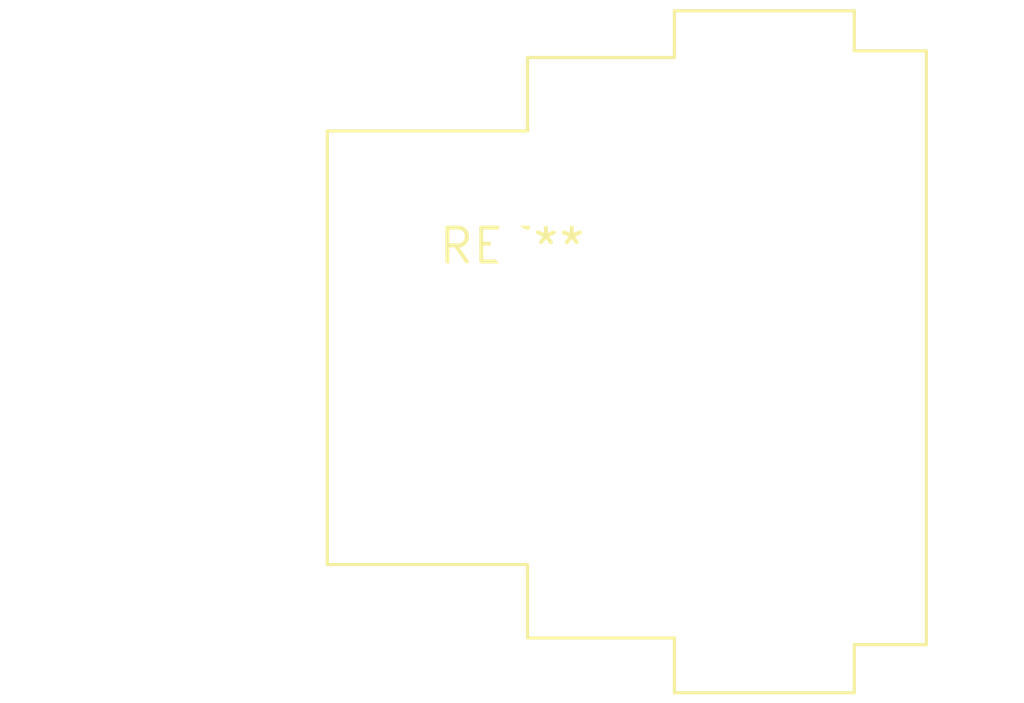
<source format=kicad_pcb>
(kicad_pcb (version 20240108) (generator pcbnew)
  (layers (0 "F.Cu" signal) (31 "B.Cu" signal) (34 "B.Paste" user) (35 "F.Paste" user) (36 "B.SilkS" user "B.Silkscreen") (37 "F.SilkS" user "F.Silkscreen") (38 "B.Mask" user) (39 "F.Mask" user) (44 "Edge.Cuts" user))
  (net 0 "")
  (footprint "Jack_XLR_Neutrik_NC3FAH-0_Horizontal" (layer "F.Cu") (at 0 0)
    (property "Reference" "REF**")
    (property "Value" "Jack_XLR_Neutrik_NC3FAH-0_Horizontal")
    (fp_line (start -6.92 -4.31) (end -6.92 11.93) (layer "F.SilkS") (stroke (width 0.12)))
    (fp_line (start 0.58 -7.06) (end 0.58 -4.31) (layer "F.SilkS") (stroke (width 0.12)))
    (fp_line (start 0.58 -4.31) (end -6.92 -4.31) (layer "F.SilkS") (stroke (width 0.12)))
    (fp_line (start 0.58 11.93) (end -6.92 11.93) (layer "F.SilkS") (stroke (width 0.12)))
    (fp_line (start 0.58 11.93) (end 0.58 14.68) (layer "F.SilkS") (stroke (width 0.12)))
    (fp_line (start 6.08 -7.06) (end 0.58 -7.06) (layer "F.SilkS") (stroke (width 0.12)))
    (fp_line (start 6.08 -7.06) (end 6.08 -8.81) (layer "F.SilkS") (stroke (width 0.12)))
    (fp_line (start 6.08 14.68) (end 0.58 14.68) (layer "F.SilkS") (stroke (width 0.12)))
    (fp_line (start 6.08 16.73) (end 6.08 14.68) (layer "F.SilkS") (stroke (width 0.12)))
    (fp_line (start 12.82 -8.81) (end 6.08 -8.81) (layer "F.SilkS") (stroke (width 0.12)))
    (fp_line (start 12.82 -8.81) (end 12.82 -7.31) (layer "F.SilkS") (stroke (width 0.12)))
    (fp_line (start 12.82 -7.31) (end 15.52 -7.31) (layer "F.SilkS") (stroke (width 0.12)))
    (fp_line (start 12.82 14.93) (end 12.82 16.73) (layer "F.SilkS") (stroke (width 0.12)))
    (fp_line (start 12.82 14.93) (end 15.52 14.93) (layer "F.SilkS") (stroke (width 0.12)))
    (fp_line (start 12.82 16.73) (end 6.08 16.73) (layer "F.SilkS") (stroke (width 0.12)))
    (fp_line (start 15.52 -7.31) (end 15.52 14.93) (layer "F.SilkS") (stroke (width 0.12)))
    (pad "" np_thru_hole circle (at 3.81 7.62) (size 1.6 1.6) (drill 1.6) (layers *.Cu *.Mask))
    (pad "" np_thru_hole circle (at 8.89 0) (size 1.6 1.6) (drill 1.6) (layers *.Cu *.Mask))
    (pad "1" thru_hole circle (at 0 0) (size 3.4 3.4) (drill 1.6) (layers *.Cu *.Mask) (remove_unused_layers))
    (pad "2" thru_hole circle (at -0.635 7.62) (size 3.4 3.4) (drill 1.6) (layers *.Cu *.Mask) (remove_unused_layers))
    (pad "3" thru_hole circle (at -4.45 3.81) (size 2.9 2.9) (drill 1.2) (layers *.Cu *.Mask) (remove_unused_layers))
  )
)
</source>
